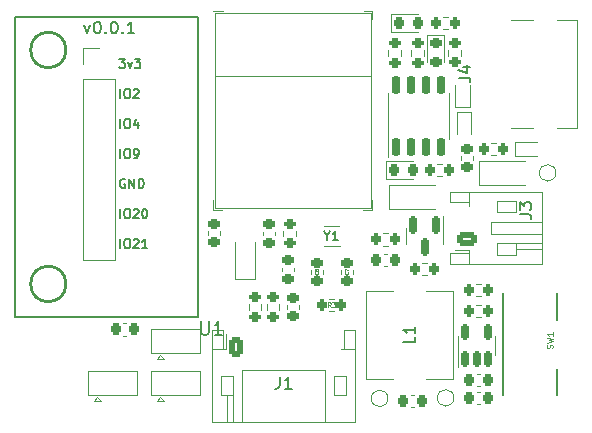
<source format=gto>
%TF.GenerationSoftware,KiCad,Pcbnew,(6.0.2)*%
%TF.CreationDate,2022-03-15T02:54:35-04:00*%
%TF.ProjectId,ferrous_slime,66657272-6f75-4735-9f73-6c696d652e6b,v0.0.1*%
%TF.SameCoordinates,Original*%
%TF.FileFunction,Legend,Top*%
%TF.FilePolarity,Positive*%
%FSLAX46Y46*%
G04 Gerber Fmt 4.6, Leading zero omitted, Abs format (unit mm)*
G04 Created by KiCad (PCBNEW (6.0.2)) date 2022-03-15 02:54:35*
%MOMM*%
%LPD*%
G01*
G04 APERTURE LIST*
G04 Aperture macros list*
%AMRoundRect*
0 Rectangle with rounded corners*
0 $1 Rounding radius*
0 $2 $3 $4 $5 $6 $7 $8 $9 X,Y pos of 4 corners*
0 Add a 4 corners polygon primitive as box body*
4,1,4,$2,$3,$4,$5,$6,$7,$8,$9,$2,$3,0*
0 Add four circle primitives for the rounded corners*
1,1,$1+$1,$2,$3*
1,1,$1+$1,$4,$5*
1,1,$1+$1,$6,$7*
1,1,$1+$1,$8,$9*
0 Add four rect primitives between the rounded corners*
20,1,$1+$1,$2,$3,$4,$5,0*
20,1,$1+$1,$4,$5,$6,$7,0*
20,1,$1+$1,$6,$7,$8,$9,0*
20,1,$1+$1,$8,$9,$2,$3,0*%
%AMFreePoly0*
4,1,6,0.725000,-0.725000,-0.725000,-0.725000,-0.725000,0.125000,-0.125000,0.725000,0.725000,0.725000,0.725000,-0.725000,0.725000,-0.725000,$1*%
G04 Aperture macros list end*
%ADD10C,0.200000*%
%ADD11C,0.150000*%
%ADD12C,0.060000*%
%ADD13C,0.127000*%
%ADD14C,0.100000*%
%ADD15C,0.152000*%
%ADD16C,0.120000*%
%ADD17C,0.203000*%
%ADD18C,0.254000*%
%ADD19RoundRect,0.250000X-0.350000X-0.625000X0.350000X-0.625000X0.350000X0.625000X-0.350000X0.625000X0*%
%ADD20O,1.200000X1.750000*%
%ADD21RoundRect,0.200000X-0.200000X-0.275000X0.200000X-0.275000X0.200000X0.275000X-0.200000X0.275000X0*%
%ADD22RoundRect,0.225000X0.225000X0.250000X-0.225000X0.250000X-0.225000X-0.250000X0.225000X-0.250000X0*%
%ADD23RoundRect,0.200000X-0.275000X0.200000X-0.275000X-0.200000X0.275000X-0.200000X0.275000X0.200000X0*%
%ADD24RoundRect,0.225000X-0.250000X0.225000X-0.250000X-0.225000X0.250000X-0.225000X0.250000X0.225000X0*%
%ADD25C,1.000000*%
%ADD26RoundRect,0.200000X0.275000X-0.200000X0.275000X0.200000X-0.275000X0.200000X-0.275000X-0.200000X0*%
%ADD27RoundRect,0.218750X-0.218750X-0.256250X0.218750X-0.256250X0.218750X0.256250X-0.218750X0.256250X0*%
%ADD28RoundRect,0.150000X-0.150000X0.587500X-0.150000X-0.587500X0.150000X-0.587500X0.150000X0.587500X0*%
%ADD29R,0.900000X1.200000*%
%ADD30RoundRect,0.200000X0.200000X0.275000X-0.200000X0.275000X-0.200000X-0.275000X0.200000X-0.275000X0*%
%ADD31RoundRect,0.225000X-0.225000X-0.250000X0.225000X-0.250000X0.225000X0.250000X-0.225000X0.250000X0*%
%ADD32R,1.000000X1.800000*%
%ADD33RoundRect,0.150000X0.150000X-0.512500X0.150000X0.512500X-0.150000X0.512500X-0.150000X-0.512500X0*%
%ADD34RoundRect,0.250000X0.625000X-0.350000X0.625000X0.350000X-0.625000X0.350000X-0.625000X-0.350000X0*%
%ADD35O,1.750000X1.200000*%
%ADD36RoundRect,0.225000X0.250000X-0.225000X0.250000X0.225000X-0.250000X0.225000X-0.250000X-0.225000X0*%
%ADD37RoundRect,0.218750X-0.256250X0.218750X-0.256250X-0.218750X0.256250X-0.218750X0.256250X0.218750X0*%
%ADD38R,0.700000X0.600000*%
%ADD39O,3.500000X2.200000*%
%ADD40R,2.500000X1.500000*%
%ADD41O,2.500000X1.500000*%
%ADD42R,0.800000X0.400000*%
%ADD43R,0.400000X0.800000*%
%ADD44R,0.700000X0.700000*%
%ADD45R,1.450000X1.450000*%
%ADD46FreePoly0,0.000000*%
%ADD47R,1.000000X1.500000*%
%ADD48C,0.650000*%
%ADD49R,1.150000X0.300000*%
%ADD50O,2.100000X1.000000*%
%ADD51O,1.600000X1.000000*%
%ADD52C,1.651000*%
%ADD53R,1.651000X1.651000*%
%ADD54R,0.600000X0.700000*%
%ADD55RoundRect,0.150000X0.150000X-0.650000X0.150000X0.650000X-0.150000X0.650000X-0.150000X-0.650000X0*%
%ADD56R,3.200000X2.400000*%
%ADD57R,2.200000X1.500000*%
%ADD58R,1.700000X1.700000*%
%ADD59O,1.700000X1.700000*%
%ADD60R,1.000000X1.000000*%
G04 APERTURE END LIST*
D10*
X56533857Y-31154714D02*
X56771952Y-31821380D01*
X57010047Y-31154714D01*
X57581476Y-30821380D02*
X57676714Y-30821380D01*
X57771952Y-30869000D01*
X57819571Y-30916619D01*
X57867190Y-31011857D01*
X57914809Y-31202333D01*
X57914809Y-31440428D01*
X57867190Y-31630904D01*
X57819571Y-31726142D01*
X57771952Y-31773761D01*
X57676714Y-31821380D01*
X57581476Y-31821380D01*
X57486238Y-31773761D01*
X57438619Y-31726142D01*
X57391000Y-31630904D01*
X57343380Y-31440428D01*
X57343380Y-31202333D01*
X57391000Y-31011857D01*
X57438619Y-30916619D01*
X57486238Y-30869000D01*
X57581476Y-30821380D01*
X58343380Y-31726142D02*
X58391000Y-31773761D01*
X58343380Y-31821380D01*
X58295761Y-31773761D01*
X58343380Y-31726142D01*
X58343380Y-31821380D01*
X59010047Y-30821380D02*
X59105285Y-30821380D01*
X59200523Y-30869000D01*
X59248142Y-30916619D01*
X59295761Y-31011857D01*
X59343380Y-31202333D01*
X59343380Y-31440428D01*
X59295761Y-31630904D01*
X59248142Y-31726142D01*
X59200523Y-31773761D01*
X59105285Y-31821380D01*
X59010047Y-31821380D01*
X58914809Y-31773761D01*
X58867190Y-31726142D01*
X58819571Y-31630904D01*
X58771952Y-31440428D01*
X58771952Y-31202333D01*
X58819571Y-31011857D01*
X58867190Y-30916619D01*
X58914809Y-30869000D01*
X59010047Y-30821380D01*
X59771952Y-31726142D02*
X59819571Y-31773761D01*
X59771952Y-31821380D01*
X59724333Y-31773761D01*
X59771952Y-31726142D01*
X59771952Y-31821380D01*
X60771952Y-31821380D02*
X60200523Y-31821380D01*
X60486238Y-31821380D02*
X60486238Y-30821380D01*
X60391000Y-30964238D01*
X60295761Y-31059476D01*
X60200523Y-31107095D01*
D11*
X73072666Y-60920380D02*
X73072666Y-61634666D01*
X73025047Y-61777523D01*
X72929809Y-61872761D01*
X72786952Y-61920380D01*
X72691714Y-61920380D01*
X74072666Y-61920380D02*
X73501238Y-61920380D01*
X73786952Y-61920380D02*
X73786952Y-60920380D01*
X73691714Y-61063238D01*
X73596476Y-61158476D01*
X73501238Y-61206095D01*
D12*
X77403333Y-54991942D02*
X77270000Y-54801466D01*
X77174761Y-54991942D02*
X77174761Y-54591942D01*
X77327142Y-54591942D01*
X77365238Y-54610990D01*
X77384285Y-54630037D01*
X77403333Y-54668132D01*
X77403333Y-54725275D01*
X77384285Y-54763370D01*
X77365238Y-54782418D01*
X77327142Y-54801466D01*
X77174761Y-54801466D01*
X77536666Y-54591942D02*
X77784285Y-54591942D01*
X77650952Y-54744323D01*
X77708095Y-54744323D01*
X77746190Y-54763370D01*
X77765238Y-54782418D01*
X77784285Y-54820513D01*
X77784285Y-54915751D01*
X77765238Y-54953847D01*
X77746190Y-54972894D01*
X77708095Y-54991942D01*
X77593809Y-54991942D01*
X77555714Y-54972894D01*
X77536666Y-54953847D01*
D13*
X77107142Y-48950837D02*
X77107142Y-49313694D01*
X76853142Y-48551694D02*
X77107142Y-48950837D01*
X77361142Y-48551694D01*
X78014285Y-49313694D02*
X77578857Y-49313694D01*
X77796571Y-49313694D02*
X77796571Y-48551694D01*
X77724000Y-48660551D01*
X77651428Y-48733122D01*
X77578857Y-48769408D01*
D11*
X93381580Y-47120133D02*
X94095866Y-47120133D01*
X94238723Y-47167752D01*
X94333961Y-47262990D01*
X94381580Y-47405847D01*
X94381580Y-47501085D01*
X93381580Y-46739180D02*
X93381580Y-46120133D01*
X93762533Y-46453466D01*
X93762533Y-46310609D01*
X93810152Y-46215371D01*
X93857771Y-46167752D01*
X93953009Y-46120133D01*
X94191104Y-46120133D01*
X94286342Y-46167752D01*
X94333961Y-46215371D01*
X94381580Y-46310609D01*
X94381580Y-46596323D01*
X94333961Y-46691561D01*
X94286342Y-46739180D01*
D14*
X96168381Y-58479657D02*
X96192191Y-58408229D01*
X96192191Y-58289181D01*
X96168381Y-58241562D01*
X96144572Y-58217752D01*
X96096953Y-58193943D01*
X96049334Y-58193943D01*
X96001715Y-58217752D01*
X95977905Y-58241562D01*
X95954096Y-58289181D01*
X95930286Y-58384419D01*
X95906477Y-58432038D01*
X95882667Y-58455848D01*
X95835048Y-58479657D01*
X95787429Y-58479657D01*
X95739810Y-58455848D01*
X95716001Y-58432038D01*
X95692191Y-58384419D01*
X95692191Y-58265371D01*
X95716001Y-58193943D01*
X95692191Y-58027276D02*
X96192191Y-57908229D01*
X95835048Y-57812991D01*
X96192191Y-57717752D01*
X95692191Y-57598705D01*
X96192191Y-57146324D02*
X96192191Y-57432038D01*
X96192191Y-57289181D02*
X95692191Y-57289181D01*
X95763620Y-57336800D01*
X95811239Y-57384419D01*
X95835048Y-57432038D01*
D11*
X88225380Y-35586323D02*
X88939666Y-35586323D01*
X89082523Y-35633942D01*
X89177761Y-35729180D01*
X89225380Y-35872037D01*
X89225380Y-35967275D01*
X88558714Y-34681561D02*
X89225380Y-34681561D01*
X88177761Y-34919656D02*
X88892047Y-35157751D01*
X88892047Y-34538704D01*
D15*
X66410942Y-56217061D02*
X66410942Y-57142347D01*
X66465371Y-57251204D01*
X66519800Y-57305632D01*
X66628657Y-57360061D01*
X66846371Y-57360061D01*
X66955228Y-57305632D01*
X67009657Y-57251204D01*
X67064085Y-57142347D01*
X67064085Y-56217061D01*
X68207085Y-57360061D02*
X67553942Y-57360061D01*
X67880514Y-57360061D02*
X67880514Y-56217061D01*
X67771657Y-56380347D01*
X67662800Y-56489204D01*
X67553942Y-56543632D01*
D12*
X76307142Y-52067000D02*
X76321428Y-52081285D01*
X76335714Y-52124142D01*
X76335714Y-52152714D01*
X76321428Y-52195571D01*
X76292857Y-52224142D01*
X76264285Y-52238428D01*
X76207142Y-52252714D01*
X76164285Y-52252714D01*
X76107142Y-52238428D01*
X76078571Y-52224142D01*
X76050000Y-52195571D01*
X76035714Y-52152714D01*
X76035714Y-52124142D01*
X76050000Y-52081285D01*
X76064285Y-52067000D01*
X76035714Y-51809857D02*
X76035714Y-51867000D01*
X76050000Y-51895571D01*
X76064285Y-51909857D01*
X76107142Y-51938428D01*
X76164285Y-51952714D01*
X76278571Y-51952714D01*
X76307142Y-51938428D01*
X76321428Y-51924142D01*
X76335714Y-51895571D01*
X76335714Y-51838428D01*
X76321428Y-51809857D01*
X76307142Y-51795571D01*
X76278571Y-51781285D01*
X76207142Y-51781285D01*
X76178571Y-51795571D01*
X76164285Y-51809857D01*
X76150000Y-51838428D01*
X76150000Y-51895571D01*
X76164285Y-51924142D01*
X76178571Y-51938428D01*
X76207142Y-51952714D01*
D11*
X84526380Y-57517656D02*
X84526380Y-57993847D01*
X83526380Y-57993847D01*
X84526380Y-56660513D02*
X84526380Y-57231942D01*
X84526380Y-56946228D02*
X83526380Y-56946228D01*
X83669238Y-57041466D01*
X83764476Y-57136704D01*
X83812095Y-57231942D01*
D13*
X59572978Y-39841714D02*
X59572978Y-39079714D01*
X60080978Y-39079714D02*
X60226121Y-39079714D01*
X60298692Y-39116000D01*
X60371264Y-39188571D01*
X60407550Y-39333714D01*
X60407550Y-39587714D01*
X60371264Y-39732857D01*
X60298692Y-39805428D01*
X60226121Y-39841714D01*
X60080978Y-39841714D01*
X60008407Y-39805428D01*
X59935835Y-39732857D01*
X59899550Y-39587714D01*
X59899550Y-39333714D01*
X59935835Y-39188571D01*
X60008407Y-39116000D01*
X60080978Y-39079714D01*
X61060692Y-39333714D02*
X61060692Y-39841714D01*
X60879264Y-39043428D02*
X60697835Y-39587714D01*
X61169550Y-39587714D01*
X59572978Y-37301714D02*
X59572978Y-36539714D01*
X60080978Y-36539714D02*
X60226121Y-36539714D01*
X60298692Y-36576000D01*
X60371264Y-36648571D01*
X60407550Y-36793714D01*
X60407550Y-37047714D01*
X60371264Y-37192857D01*
X60298692Y-37265428D01*
X60226121Y-37301714D01*
X60080978Y-37301714D01*
X60008407Y-37265428D01*
X59935835Y-37192857D01*
X59899550Y-37047714D01*
X59899550Y-36793714D01*
X59935835Y-36648571D01*
X60008407Y-36576000D01*
X60080978Y-36539714D01*
X60697835Y-36612285D02*
X60734121Y-36576000D01*
X60806692Y-36539714D01*
X60988121Y-36539714D01*
X61060692Y-36576000D01*
X61096978Y-36612285D01*
X61133264Y-36684857D01*
X61133264Y-36757428D01*
X61096978Y-36866285D01*
X60661550Y-37301714D01*
X61133264Y-37301714D01*
X59572978Y-42381714D02*
X59572978Y-41619714D01*
X60080978Y-41619714D02*
X60226121Y-41619714D01*
X60298692Y-41656000D01*
X60371264Y-41728571D01*
X60407550Y-41873714D01*
X60407550Y-42127714D01*
X60371264Y-42272857D01*
X60298692Y-42345428D01*
X60226121Y-42381714D01*
X60080978Y-42381714D01*
X60008407Y-42345428D01*
X59935835Y-42272857D01*
X59899550Y-42127714D01*
X59899550Y-41873714D01*
X59935835Y-41728571D01*
X60008407Y-41656000D01*
X60080978Y-41619714D01*
X60770407Y-42381714D02*
X60915550Y-42381714D01*
X60988121Y-42345428D01*
X61024407Y-42309142D01*
X61096978Y-42200285D01*
X61133264Y-42055142D01*
X61133264Y-41764857D01*
X61096978Y-41692285D01*
X61060692Y-41656000D01*
X60988121Y-41619714D01*
X60842978Y-41619714D01*
X60770407Y-41656000D01*
X60734121Y-41692285D01*
X60697835Y-41764857D01*
X60697835Y-41946285D01*
X60734121Y-42018857D01*
X60770407Y-42055142D01*
X60842978Y-42091428D01*
X60988121Y-42091428D01*
X61060692Y-42055142D01*
X61096978Y-42018857D01*
X61133264Y-41946285D01*
X59500407Y-33999714D02*
X59972121Y-33999714D01*
X59718121Y-34290000D01*
X59826978Y-34290000D01*
X59899550Y-34326285D01*
X59935835Y-34362571D01*
X59972121Y-34435142D01*
X59972121Y-34616571D01*
X59935835Y-34689142D01*
X59899550Y-34725428D01*
X59826978Y-34761714D01*
X59609264Y-34761714D01*
X59536692Y-34725428D01*
X59500407Y-34689142D01*
X60226121Y-34253714D02*
X60407550Y-34761714D01*
X60588978Y-34253714D01*
X60806692Y-33999714D02*
X61278407Y-33999714D01*
X61024407Y-34290000D01*
X61133264Y-34290000D01*
X61205835Y-34326285D01*
X61242121Y-34362571D01*
X61278407Y-34435142D01*
X61278407Y-34616571D01*
X61242121Y-34689142D01*
X61205835Y-34725428D01*
X61133264Y-34761714D01*
X60915550Y-34761714D01*
X60842978Y-34725428D01*
X60806692Y-34689142D01*
X59572978Y-47461714D02*
X59572978Y-46699714D01*
X60080978Y-46699714D02*
X60226121Y-46699714D01*
X60298692Y-46736000D01*
X60371264Y-46808571D01*
X60407550Y-46953714D01*
X60407550Y-47207714D01*
X60371264Y-47352857D01*
X60298692Y-47425428D01*
X60226121Y-47461714D01*
X60080978Y-47461714D01*
X60008407Y-47425428D01*
X59935835Y-47352857D01*
X59899550Y-47207714D01*
X59899550Y-46953714D01*
X59935835Y-46808571D01*
X60008407Y-46736000D01*
X60080978Y-46699714D01*
X60697835Y-46772285D02*
X60734121Y-46736000D01*
X60806692Y-46699714D01*
X60988121Y-46699714D01*
X61060692Y-46736000D01*
X61096978Y-46772285D01*
X61133264Y-46844857D01*
X61133264Y-46917428D01*
X61096978Y-47026285D01*
X60661550Y-47461714D01*
X61133264Y-47461714D01*
X61604978Y-46699714D02*
X61677550Y-46699714D01*
X61750121Y-46736000D01*
X61786407Y-46772285D01*
X61822692Y-46844857D01*
X61858978Y-46990000D01*
X61858978Y-47171428D01*
X61822692Y-47316571D01*
X61786407Y-47389142D01*
X61750121Y-47425428D01*
X61677550Y-47461714D01*
X61604978Y-47461714D01*
X61532407Y-47425428D01*
X61496121Y-47389142D01*
X61459835Y-47316571D01*
X61423550Y-47171428D01*
X61423550Y-46990000D01*
X61459835Y-46844857D01*
X61496121Y-46772285D01*
X61532407Y-46736000D01*
X61604978Y-46699714D01*
X59972121Y-44196000D02*
X59899550Y-44159714D01*
X59790692Y-44159714D01*
X59681835Y-44196000D01*
X59609264Y-44268571D01*
X59572978Y-44341142D01*
X59536692Y-44486285D01*
X59536692Y-44595142D01*
X59572978Y-44740285D01*
X59609264Y-44812857D01*
X59681835Y-44885428D01*
X59790692Y-44921714D01*
X59863264Y-44921714D01*
X59972121Y-44885428D01*
X60008407Y-44849142D01*
X60008407Y-44595142D01*
X59863264Y-44595142D01*
X60334978Y-44921714D02*
X60334978Y-44159714D01*
X60770407Y-44921714D01*
X60770407Y-44159714D01*
X61133264Y-44921714D02*
X61133264Y-44159714D01*
X61314692Y-44159714D01*
X61423550Y-44196000D01*
X61496121Y-44268571D01*
X61532407Y-44341142D01*
X61568692Y-44486285D01*
X61568692Y-44595142D01*
X61532407Y-44740285D01*
X61496121Y-44812857D01*
X61423550Y-44885428D01*
X61314692Y-44921714D01*
X61133264Y-44921714D01*
X59572978Y-50001714D02*
X59572978Y-49239714D01*
X60080978Y-49239714D02*
X60226121Y-49239714D01*
X60298692Y-49276000D01*
X60371264Y-49348571D01*
X60407550Y-49493714D01*
X60407550Y-49747714D01*
X60371264Y-49892857D01*
X60298692Y-49965428D01*
X60226121Y-50001714D01*
X60080978Y-50001714D01*
X60008407Y-49965428D01*
X59935835Y-49892857D01*
X59899550Y-49747714D01*
X59899550Y-49493714D01*
X59935835Y-49348571D01*
X60008407Y-49276000D01*
X60080978Y-49239714D01*
X60697835Y-49312285D02*
X60734121Y-49276000D01*
X60806692Y-49239714D01*
X60988121Y-49239714D01*
X61060692Y-49276000D01*
X61096978Y-49312285D01*
X61133264Y-49384857D01*
X61133264Y-49457428D01*
X61096978Y-49566285D01*
X60661550Y-50001714D01*
X61133264Y-50001714D01*
X61858978Y-50001714D02*
X61423550Y-50001714D01*
X61641264Y-50001714D02*
X61641264Y-49239714D01*
X61568692Y-49348571D01*
X61496121Y-49421142D01*
X61423550Y-49457428D01*
D12*
X78847142Y-52067000D02*
X78861428Y-52081285D01*
X78875714Y-52124142D01*
X78875714Y-52152714D01*
X78861428Y-52195571D01*
X78832857Y-52224142D01*
X78804285Y-52238428D01*
X78747142Y-52252714D01*
X78704285Y-52252714D01*
X78647142Y-52238428D01*
X78618571Y-52224142D01*
X78590000Y-52195571D01*
X78575714Y-52152714D01*
X78575714Y-52124142D01*
X78590000Y-52081285D01*
X78604285Y-52067000D01*
X78575714Y-51967000D02*
X78575714Y-51767000D01*
X78875714Y-51895571D01*
D16*
X67346008Y-64727000D02*
X79466008Y-64727000D01*
X67346008Y-56907000D02*
X67346008Y-64727000D01*
X68106008Y-62467000D02*
X69106008Y-62467000D01*
X68266008Y-58507000D02*
X68266008Y-56907000D01*
X68606008Y-62467000D02*
X68606008Y-64727000D01*
X69106008Y-62467000D02*
X69106008Y-60867000D01*
X78706008Y-62467000D02*
X77706008Y-62467000D01*
X79466008Y-58507000D02*
X78546008Y-58507000D01*
X79466008Y-56907000D02*
X78546008Y-56907000D01*
X78546008Y-58507000D02*
X78266008Y-58507000D01*
X69906008Y-64727000D02*
X69906008Y-60367000D01*
X77706008Y-62467000D02*
X77706008Y-60867000D01*
X78546008Y-56907000D02*
X78546008Y-58507000D01*
X69106008Y-62467000D02*
X69106008Y-64727000D01*
X68266008Y-56907000D02*
X67346008Y-56907000D01*
X68546008Y-58507000D02*
X68546008Y-57292000D01*
X77706008Y-60867000D02*
X78706008Y-60867000D01*
X67346008Y-58507000D02*
X68266008Y-58507000D01*
X79466008Y-64727000D02*
X79466008Y-56907000D01*
X68546008Y-58507000D02*
X68266008Y-58507000D01*
X78706008Y-60867000D02*
X78706008Y-62467000D01*
X69106008Y-60867000D02*
X68106008Y-60867000D01*
X69906008Y-60367000D02*
X76906008Y-60367000D01*
X76906008Y-60367000D02*
X76906008Y-64727000D01*
X68106008Y-60867000D02*
X68106008Y-62467000D01*
X89678742Y-54063500D02*
X90153258Y-54063500D01*
X89678742Y-53018500D02*
X90153258Y-53018500D01*
X84468580Y-62429000D02*
X84187420Y-62429000D01*
X84468580Y-63449000D02*
X84187420Y-63449000D01*
X71515500Y-54753742D02*
X71515500Y-55228258D01*
X70470500Y-54753742D02*
X70470500Y-55228258D01*
X77232742Y-54288500D02*
X77707258Y-54288500D01*
X77232742Y-55333500D02*
X77707258Y-55333500D01*
X74297000Y-51675420D02*
X74297000Y-51956580D01*
X73277000Y-51675420D02*
X73277000Y-51956580D01*
X87822000Y-62685000D02*
G75*
G03*
X87822000Y-62685000I-700000J0D01*
G01*
X73039500Y-55228258D02*
X73039500Y-54753742D01*
X71994500Y-55228258D02*
X71994500Y-54753742D01*
X83326500Y-33712258D02*
X83326500Y-33237742D01*
X82281500Y-33712258D02*
X82281500Y-33237742D01*
X84366000Y-42646000D02*
X82081000Y-42646000D01*
X82081000Y-42646000D02*
X82081000Y-44116000D01*
X82081000Y-44116000D02*
X84366000Y-44116000D01*
X82234000Y-62738000D02*
G75*
G03*
X82234000Y-62738000I-700000J0D01*
G01*
X82496000Y-31670000D02*
X84781000Y-31670000D01*
X84781000Y-30200000D02*
X82496000Y-30200000D01*
X82496000Y-30200000D02*
X82496000Y-31670000D01*
X81804742Y-49798500D02*
X82279258Y-49798500D01*
X81804742Y-48753500D02*
X82279258Y-48753500D01*
X83784000Y-48969000D02*
X83784000Y-49619000D01*
X83784000Y-48969000D02*
X83784000Y-48319000D01*
X86904000Y-48969000D02*
X86904000Y-47294000D01*
X86904000Y-48969000D02*
X86904000Y-49619000D01*
X82332000Y-46667000D02*
X86232000Y-46667000D01*
X82332000Y-44667000D02*
X86232000Y-44667000D01*
X82332000Y-44667000D02*
X82332000Y-46667000D01*
X85581258Y-52285500D02*
X85106742Y-52285500D01*
X85581258Y-51240500D02*
X85106742Y-51240500D01*
X82182580Y-50491000D02*
X81901420Y-50491000D01*
X82182580Y-51511000D02*
X81901420Y-51511000D01*
X59816420Y-56386000D02*
X60097580Y-56386000D01*
X59816420Y-57406000D02*
X60097580Y-57406000D01*
X78145000Y-48093990D02*
X76795000Y-48093990D01*
X78145000Y-49843990D02*
X76795000Y-49843990D01*
X88186622Y-58265365D02*
X88186622Y-57465365D01*
X91306622Y-58265365D02*
X91306622Y-59065365D01*
X91306622Y-58265365D02*
X91306622Y-57465365D01*
X88186622Y-58265365D02*
X88186622Y-60065365D01*
X91450800Y-46976000D02*
X91450800Y-45976000D01*
X87490800Y-51336000D02*
X95310800Y-51336000D01*
X93050800Y-45976000D02*
X93050800Y-46976000D01*
X89090800Y-50416000D02*
X87490800Y-50416000D01*
X93050800Y-46976000D02*
X91450800Y-46976000D01*
X89090800Y-50136000D02*
X89090800Y-50416000D01*
X91450800Y-45976000D02*
X93050800Y-45976000D01*
X95310800Y-48776000D02*
X90950800Y-48776000D01*
X89090800Y-46136000D02*
X89090800Y-46416000D01*
X93050800Y-50076000D02*
X95310800Y-50076000D01*
X91450800Y-49576000D02*
X91450800Y-50576000D01*
X93050800Y-50576000D02*
X93050800Y-49576000D01*
X91450800Y-50576000D02*
X93050800Y-50576000D01*
X87490800Y-45216000D02*
X87490800Y-46136000D01*
X93050800Y-49576000D02*
X91450800Y-49576000D01*
X93050800Y-49576000D02*
X95310800Y-49576000D01*
X90950800Y-47776000D02*
X95310800Y-47776000D01*
X87490800Y-50416000D02*
X87490800Y-51336000D01*
X87490800Y-46136000D02*
X89090800Y-46136000D01*
X95310800Y-51336000D02*
X95310800Y-45216000D01*
X89090800Y-51336000D02*
X89090800Y-50416000D01*
X89090800Y-50136000D02*
X87875800Y-50136000D01*
X89090800Y-45216000D02*
X89090800Y-46136000D01*
X90950800Y-48776000D02*
X90950800Y-47776000D01*
X95310800Y-45216000D02*
X87490800Y-45216000D01*
X89678742Y-54796500D02*
X90153258Y-54796500D01*
X89678742Y-55841500D02*
X90153258Y-55841500D01*
X73658000Y-55131580D02*
X73658000Y-54850420D01*
X74678000Y-55131580D02*
X74678000Y-54850420D01*
X88406500Y-33702266D02*
X88406500Y-33227750D01*
X87361500Y-33702266D02*
X87361500Y-33227750D01*
X87002000Y-34249500D02*
X87002000Y-31964500D01*
X87002000Y-31964500D02*
X85532000Y-31964500D01*
X85532000Y-31964500D02*
X85532000Y-34249500D01*
X89152173Y-36211489D02*
X89152173Y-38061489D01*
X87952173Y-36211489D02*
X87952173Y-38061489D01*
X87952173Y-38061489D02*
X89152173Y-38061489D01*
X88046000Y-40324000D02*
X88046000Y-38474000D01*
X89246000Y-38474000D02*
X88046000Y-38474000D01*
X89246000Y-40324000D02*
X89246000Y-38474000D01*
X89952000Y-44635000D02*
X93852000Y-44635000D01*
X89952000Y-42635000D02*
X93852000Y-42635000D01*
X89952000Y-42635000D02*
X89952000Y-44635000D01*
D11*
X96566004Y-62412986D02*
X96566004Y-60212986D01*
X91966004Y-62412986D02*
X91966004Y-53812986D01*
X96566004Y-56112986D02*
X96566004Y-53812986D01*
D16*
X80918000Y-46754007D02*
X80118000Y-46754007D01*
X80768000Y-46604007D02*
X67568000Y-46604007D01*
X80768000Y-30104007D02*
X80768000Y-46604007D01*
X68268000Y-29954007D02*
X67418000Y-29954007D01*
X80918000Y-45954007D02*
X80918000Y-46754007D01*
X67418000Y-46754007D02*
X68218000Y-46754007D01*
X80168000Y-29954007D02*
X80918000Y-29954007D01*
X80918000Y-29954007D02*
X80918000Y-30604007D01*
X67568000Y-35404007D02*
X80768000Y-35404007D01*
X67568000Y-46604007D02*
X67568000Y-30104007D01*
X67568000Y-30104007D02*
X80768000Y-30104007D01*
X67418000Y-45954007D02*
X67418000Y-46754007D01*
X56878000Y-60415000D02*
X60978000Y-60415000D01*
X56878000Y-62415000D02*
X56878000Y-60415000D01*
X57328000Y-62915000D02*
X57928000Y-62915000D01*
X57628000Y-62615000D02*
X57328000Y-62915000D01*
X60978000Y-60415000D02*
X60978000Y-62415000D01*
X57628000Y-62615000D02*
X57928000Y-62915000D01*
X60978000Y-62415000D02*
X56878000Y-62415000D01*
X92638000Y-39832990D02*
X94558000Y-39832990D01*
X96568000Y-30672990D02*
X98273000Y-30672990D01*
X94558000Y-30672990D02*
X92638000Y-30672990D01*
X98273000Y-39832990D02*
X96568000Y-39832990D01*
X98273000Y-30672990D02*
X98273000Y-39832990D01*
D17*
X66181460Y-55837462D02*
X63641460Y-55837462D01*
X63641460Y-55837462D02*
X50687460Y-55837462D01*
X50687460Y-55837462D02*
X50687460Y-30437462D01*
X50687460Y-30437462D02*
X66181460Y-30437462D01*
X66181460Y-30437462D02*
X66181460Y-55837462D01*
D18*
X54981460Y-33231462D02*
G75*
G03*
X54981460Y-33231462I-1500000J0D01*
G01*
X54981460Y-53043462D02*
G75*
G03*
X54981460Y-53043462I-1500000J0D01*
G01*
D16*
X96458000Y-43635000D02*
G75*
G03*
X96458000Y-43635000I-700000J0D01*
G01*
X89762420Y-63195000D02*
X90043580Y-63195000D01*
X89762420Y-62175000D02*
X90043580Y-62175000D01*
X94871999Y-41003000D02*
X93021999Y-41003000D01*
X93021999Y-41003000D02*
X93021999Y-42203000D01*
X94871999Y-42203000D02*
X93021999Y-42203000D01*
X74436500Y-49005258D02*
X74436500Y-48530742D01*
X73391500Y-49005258D02*
X73391500Y-48530742D01*
X87396000Y-38808990D02*
X87396000Y-40758990D01*
X87396000Y-38808990D02*
X87396000Y-36858990D01*
X82276000Y-38808990D02*
X82276000Y-36858990D01*
X82276000Y-38808990D02*
X82276000Y-42258990D01*
X87359258Y-31457500D02*
X86884742Y-31457500D01*
X87359258Y-30412500D02*
X86884742Y-30412500D01*
X62212000Y-56859000D02*
X66312000Y-56859000D01*
X66312000Y-58859000D02*
X62212000Y-58859000D01*
X62962000Y-59059000D02*
X62662000Y-59359000D01*
X62662000Y-59359000D02*
X63262000Y-59359000D01*
X62962000Y-59059000D02*
X63262000Y-59359000D01*
X62212000Y-58859000D02*
X62212000Y-56859000D01*
X66312000Y-56859000D02*
X66312000Y-58859000D01*
X85265500Y-33712258D02*
X85265500Y-33237742D01*
X84220500Y-33712258D02*
X84220500Y-33237742D01*
X89762420Y-61671000D02*
X90043580Y-61671000D01*
X89762420Y-60651000D02*
X90043580Y-60651000D01*
X62962000Y-62615000D02*
X62662000Y-62915000D01*
X62212000Y-60415000D02*
X66312000Y-60415000D01*
X62962000Y-62615000D02*
X63262000Y-62915000D01*
X62662000Y-62915000D02*
X63262000Y-62915000D01*
X66312000Y-62415000D02*
X62212000Y-62415000D01*
X66312000Y-60415000D02*
X66312000Y-62415000D01*
X62212000Y-62415000D02*
X62212000Y-60415000D01*
X68023200Y-48576620D02*
X68023200Y-48857780D01*
X67003200Y-48576620D02*
X67003200Y-48857780D01*
X76710000Y-52157580D02*
X76710000Y-51876420D01*
X75690000Y-52157580D02*
X75690000Y-51876420D01*
X71626000Y-48627420D02*
X71626000Y-48908580D01*
X72646000Y-48627420D02*
X72646000Y-48908580D01*
X86851258Y-43903500D02*
X86376742Y-43903500D01*
X86851258Y-42858500D02*
X86376742Y-42858500D01*
X85474000Y-53650990D02*
X87774000Y-53650990D01*
X80374000Y-53650990D02*
X82674000Y-53650990D01*
X87774000Y-61050990D02*
X85474000Y-61050990D01*
X87774000Y-53650990D02*
X87774000Y-61050990D01*
X82674000Y-61050990D02*
X80374000Y-61050990D01*
X80374000Y-61050990D02*
X80374000Y-53650990D01*
X56455000Y-35687000D02*
X59115000Y-35687000D01*
X56455000Y-34417000D02*
X56455000Y-33087000D01*
X56455000Y-50987000D02*
X59115000Y-50987000D01*
X56455000Y-33087000D02*
X57785000Y-33087000D01*
X56455000Y-35687000D02*
X56455000Y-50987000D01*
X59115000Y-35687000D02*
X59115000Y-50987000D01*
X78230000Y-52157580D02*
X78230000Y-51876420D01*
X79250000Y-52157580D02*
X79250000Y-51876420D01*
X90948742Y-42125500D02*
X91423258Y-42125500D01*
X90948742Y-41080500D02*
X91423258Y-41080500D01*
X88390000Y-42224420D02*
X88390000Y-42505580D01*
X89410000Y-42224420D02*
X89410000Y-42505580D01*
X69254000Y-52647000D02*
X70954000Y-52647000D01*
X70954000Y-52647000D02*
X70954000Y-49497000D01*
X69254000Y-52647000D02*
X69254000Y-49497000D01*
%LPC*%
D19*
X69406008Y-58367000D03*
D20*
X71406008Y-58367000D03*
X73406008Y-58367000D03*
X75406008Y-58367000D03*
X77406008Y-58367000D03*
D21*
X89091000Y-53541000D03*
X90741000Y-53541000D03*
D22*
X85103000Y-62939000D03*
X83553000Y-62939000D03*
D23*
X70993000Y-54166000D03*
X70993000Y-55816000D03*
D21*
X76645000Y-54811000D03*
X78295000Y-54811000D03*
D24*
X73787000Y-51041000D03*
X73787000Y-52591000D03*
D25*
X87122000Y-62685000D03*
D26*
X72517000Y-55816000D03*
X72517000Y-54166000D03*
X82804000Y-34300000D03*
X82804000Y-32650000D03*
D27*
X82778500Y-43381000D03*
X84353500Y-43381000D03*
D25*
X81534000Y-62738000D03*
D27*
X83193500Y-30935000D03*
X84768500Y-30935000D03*
D21*
X81217000Y-49276000D03*
X82867000Y-49276000D03*
D28*
X86294000Y-48031500D03*
X84394000Y-48031500D03*
X85344000Y-49906500D03*
D29*
X82932000Y-45667000D03*
X86232000Y-45667000D03*
D30*
X86169000Y-51763000D03*
X84519000Y-51763000D03*
D22*
X82817000Y-51001000D03*
X81267000Y-51001000D03*
D31*
X59182000Y-56896000D03*
X60732000Y-56896000D03*
D32*
X76220000Y-48968990D03*
X78720000Y-48968990D03*
D33*
X88796622Y-59402865D03*
X89746622Y-59402865D03*
X90696622Y-59402865D03*
X90696622Y-57127865D03*
X88796622Y-57127865D03*
D34*
X88950800Y-49276000D03*
D35*
X88950800Y-47276000D03*
D21*
X89091000Y-55319000D03*
X90741000Y-55319000D03*
D36*
X74168000Y-55766000D03*
X74168000Y-54216000D03*
D26*
X87884000Y-34290008D03*
X87884000Y-32640008D03*
D37*
X86267000Y-32662000D03*
X86267000Y-34237000D03*
D38*
X88552173Y-37611489D03*
X88552173Y-36211489D03*
X88646000Y-38924000D03*
X88646000Y-40324000D03*
D29*
X90552000Y-43635000D03*
X93852000Y-43635000D03*
D39*
X94266004Y-62212986D03*
X94266004Y-54012986D03*
D40*
X94266004Y-60112986D03*
D41*
X94266004Y-58112986D03*
X94266004Y-56112986D03*
D42*
X68268000Y-37004007D03*
X68268000Y-37804007D03*
X68268000Y-38604007D03*
X68268000Y-39404007D03*
X68268000Y-40204007D03*
X68268000Y-41004007D03*
X68268000Y-41804007D03*
X68268000Y-42604007D03*
X68268000Y-43404007D03*
X68268000Y-44204007D03*
X68268000Y-45004007D03*
D43*
X69368000Y-45904007D03*
X70168000Y-45904007D03*
X70968000Y-45904007D03*
X71768000Y-45904007D03*
X72568000Y-45904007D03*
X73368000Y-45904007D03*
X74168000Y-45904007D03*
X74968000Y-45904007D03*
X75768000Y-45904007D03*
X76568000Y-45904007D03*
X77368000Y-45904007D03*
X78168000Y-45904007D03*
X78968000Y-45904007D03*
D42*
X80068000Y-45004007D03*
X80068000Y-44204007D03*
X80068000Y-43404007D03*
X80068000Y-42604007D03*
X80068000Y-41804007D03*
X80068000Y-41004007D03*
X80068000Y-40204007D03*
X80068000Y-39404007D03*
X80068000Y-38604007D03*
X80068000Y-37804007D03*
X80068000Y-37004007D03*
D43*
X74968000Y-36104007D03*
X73368000Y-36104007D03*
D44*
X68218000Y-45954007D03*
D45*
X76143000Y-42979007D03*
X74168000Y-41004007D03*
D43*
X74168000Y-36104007D03*
X70968000Y-36104007D03*
D45*
X74168000Y-42979007D03*
X76143000Y-39029007D03*
D44*
X80118000Y-36054007D03*
D46*
X72193000Y-39029007D03*
D44*
X80118000Y-45954007D03*
D43*
X76568000Y-36104007D03*
D44*
X68218000Y-36054007D03*
D45*
X72193000Y-42979007D03*
X76143000Y-41004007D03*
X72193000Y-41054007D03*
X74168000Y-39029007D03*
D43*
X78968000Y-36104007D03*
X70168000Y-36104007D03*
X69368000Y-36104007D03*
X78168000Y-36104007D03*
X75768000Y-36104007D03*
X71768000Y-36104007D03*
X72568000Y-36104007D03*
X77368000Y-36104007D03*
D47*
X57628000Y-61415000D03*
X58928000Y-61415000D03*
X60228000Y-61415000D03*
D48*
X91883000Y-32362990D03*
X91883000Y-38142990D03*
D49*
X90818000Y-38602990D03*
X90818000Y-37802990D03*
X90818000Y-36502990D03*
X90818000Y-35502990D03*
X90818000Y-35002990D03*
X90818000Y-34002990D03*
X90818000Y-32702990D03*
X90818000Y-31902990D03*
X90818000Y-32202990D03*
X90818000Y-33002990D03*
X90818000Y-33502990D03*
X90818000Y-34502990D03*
X90818000Y-36002990D03*
X90818000Y-37002990D03*
X90818000Y-37502990D03*
X90818000Y-38302990D03*
D50*
X91383000Y-39572990D03*
X91383000Y-30932990D03*
D51*
X95563000Y-30932990D03*
X95563000Y-39572990D03*
D52*
X65038460Y-31707462D03*
X65038460Y-34120462D03*
D53*
X65038460Y-54567462D03*
D52*
X65038460Y-52027462D03*
X65038460Y-49487462D03*
X65038460Y-46947462D03*
X65038460Y-44407462D03*
X65038460Y-41867462D03*
X65038460Y-39327462D03*
X65038460Y-36787462D03*
D25*
X95758000Y-43635000D03*
D31*
X89128000Y-62685000D03*
X90678000Y-62685000D03*
D54*
X93471999Y-41603000D03*
X94871999Y-41603000D03*
D26*
X73914000Y-49593000D03*
X73914000Y-47943000D03*
D55*
X82931000Y-41458990D03*
X84201000Y-41458990D03*
X85471000Y-41458990D03*
X86741000Y-41458990D03*
X86741000Y-36158990D03*
X85471000Y-36158990D03*
X84201000Y-36158990D03*
X82931000Y-36158990D03*
D56*
X84836000Y-38808990D03*
D30*
X87947000Y-30935000D03*
X86297000Y-30935000D03*
D47*
X62962000Y-57859000D03*
X64262000Y-57859000D03*
X65562000Y-57859000D03*
D26*
X84743000Y-34300000D03*
X84743000Y-32650000D03*
D31*
X89128000Y-61161000D03*
X90678000Y-61161000D03*
D47*
X62962000Y-61415000D03*
X64262000Y-61415000D03*
X65562000Y-61415000D03*
D24*
X67513200Y-47942200D03*
X67513200Y-49492200D03*
D36*
X76200000Y-52792000D03*
X76200000Y-51242000D03*
D24*
X72136000Y-47993000D03*
X72136000Y-49543000D03*
D30*
X87439000Y-43381000D03*
X85789000Y-43381000D03*
D57*
X84074000Y-60550990D03*
X84074000Y-54150990D03*
D58*
X57785000Y-34417000D03*
D59*
X57785000Y-36957000D03*
X57785000Y-39497000D03*
X57785000Y-42037000D03*
X57785000Y-44577000D03*
X57785000Y-47117000D03*
X57785000Y-49657000D03*
D36*
X78740000Y-52792000D03*
X78740000Y-51242000D03*
D21*
X90361000Y-41603000D03*
X92011000Y-41603000D03*
D24*
X88900000Y-41590000D03*
X88900000Y-43140000D03*
D60*
X70104000Y-51997000D03*
X70104000Y-49497000D03*
M02*

</source>
